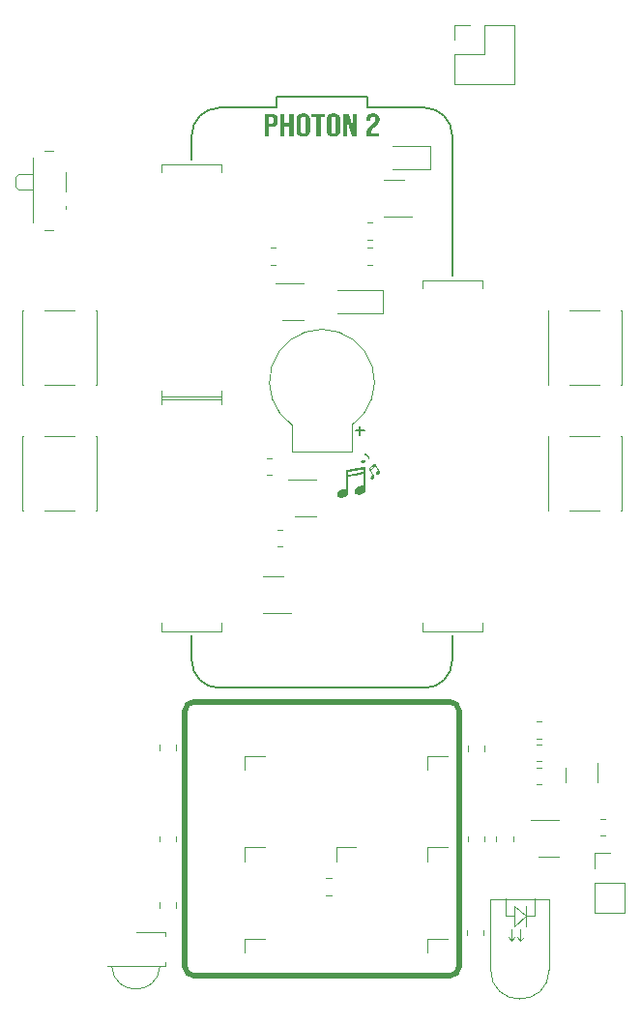
<source format=gto>
G04 #@! TF.GenerationSoftware,KiCad,Pcbnew,7.0.7*
G04 #@! TF.CreationDate,2023-09-21T00:46:47-05:00*
G04 #@! TF.ProjectId,particle-bamf23-badge,70617274-6963-46c6-952d-62616d663233,v1.0*
G04 #@! TF.SameCoordinates,Original*
G04 #@! TF.FileFunction,Legend,Top*
G04 #@! TF.FilePolarity,Positive*
%FSLAX46Y46*%
G04 Gerber Fmt 4.6, Leading zero omitted, Abs format (unit mm)*
G04 Created by KiCad (PCBNEW 7.0.7) date 2023-09-21 00:46:47*
%MOMM*%
%LPD*%
G01*
G04 APERTURE LIST*
%ADD10C,0.150000*%
%ADD11C,0.500000*%
%ADD12C,0.120000*%
G04 APERTURE END LIST*
D10*
X115600000Y-106400000D02*
G75*
G03*
X118000000Y-108800000I2400000J0D01*
G01*
X123000000Y-57000000D02*
X131000000Y-57000000D01*
X136000000Y-108800000D02*
G75*
G03*
X138400000Y-106400000I0J2400000D01*
G01*
X115600000Y-60400000D02*
X115600000Y-62500000D01*
X118000000Y-58000000D02*
X123000000Y-58000000D01*
D11*
X138200000Y-134000000D02*
X115800000Y-134000000D01*
X115000000Y-133200000D02*
G75*
G03*
X115800000Y-134000000I800000J0D01*
G01*
D10*
X131000000Y-57000000D02*
X131000000Y-58000000D01*
X138400000Y-60400000D02*
X138400000Y-72700000D01*
X131000000Y-58000000D02*
X136000000Y-58000000D01*
X118000000Y-108800000D02*
X136000000Y-108800000D01*
X118000000Y-58000000D02*
G75*
G03*
X115600000Y-60400000I0J-2400000D01*
G01*
D11*
X139000000Y-110800000D02*
X139000000Y-133200000D01*
X139000000Y-110800000D02*
G75*
G03*
X138200000Y-110000000I-800000J0D01*
G01*
D10*
X138400000Y-60400000D02*
G75*
G03*
X136000000Y-58000000I-2400000J0D01*
G01*
X123000000Y-58000000D02*
X123000000Y-57000000D01*
X138400000Y-106400000D02*
X138400000Y-104200000D01*
D11*
X115800000Y-110000000D02*
G75*
G03*
X115000000Y-110800000I0J-800000D01*
G01*
X115000000Y-133200000D02*
X115000000Y-110800000D01*
X115800000Y-110000000D02*
X138200000Y-110000000D01*
D10*
X115600000Y-104200000D02*
X115600000Y-106400000D01*
D11*
X138200000Y-134000000D02*
G75*
G03*
X139000000Y-133200000I0J800000D01*
G01*
D10*
G36*
X122589336Y-58530904D02*
G01*
X122623742Y-58532341D01*
X122657018Y-58534736D01*
X122689163Y-58538088D01*
X122720178Y-58542399D01*
X122750062Y-58547667D01*
X122778815Y-58553893D01*
X122806438Y-58561078D01*
X122832930Y-58569220D01*
X122858292Y-58578320D01*
X122882523Y-58588378D01*
X122905623Y-58599393D01*
X122927593Y-58611367D01*
X122948433Y-58624298D01*
X122968141Y-58638188D01*
X122986720Y-58653035D01*
X123004170Y-58668808D01*
X123020494Y-58685474D01*
X123035692Y-58703032D01*
X123049765Y-58721484D01*
X123062712Y-58740829D01*
X123074533Y-58761067D01*
X123085228Y-58782198D01*
X123094797Y-58804221D01*
X123103241Y-58827138D01*
X123110558Y-58850948D01*
X123116750Y-58875651D01*
X123121816Y-58901247D01*
X123125757Y-58927736D01*
X123128571Y-58955118D01*
X123130260Y-58983393D01*
X123130823Y-59012561D01*
X123130823Y-59205024D01*
X123130260Y-59234192D01*
X123128571Y-59262467D01*
X123125757Y-59289849D01*
X123121816Y-59316338D01*
X123116750Y-59341933D01*
X123110558Y-59366636D01*
X123103241Y-59390446D01*
X123094797Y-59413363D01*
X123085228Y-59435387D01*
X123074533Y-59456518D01*
X123062712Y-59476756D01*
X123049765Y-59496100D01*
X123035692Y-59514552D01*
X123020494Y-59532111D01*
X123004170Y-59548777D01*
X122986720Y-59564549D01*
X122968141Y-59579397D01*
X122948433Y-59593286D01*
X122927593Y-59606218D01*
X122905623Y-59618191D01*
X122882523Y-59629207D01*
X122858292Y-59639265D01*
X122832930Y-59648365D01*
X122806438Y-59656507D01*
X122778815Y-59663691D01*
X122750062Y-59669917D01*
X122720178Y-59675186D01*
X122689163Y-59679496D01*
X122657018Y-59682849D01*
X122623742Y-59685244D01*
X122589336Y-59686680D01*
X122553799Y-59687159D01*
X122371228Y-59687159D01*
X122371228Y-60500000D01*
X121984103Y-60500000D01*
X121984103Y-58811793D01*
X122371228Y-58811793D01*
X122371228Y-59405792D01*
X122553799Y-59405792D01*
X122582389Y-59404778D01*
X122608623Y-59401737D01*
X122632501Y-59396668D01*
X122658047Y-59387910D01*
X122680200Y-59376232D01*
X122696071Y-59364270D01*
X122712257Y-59346673D01*
X122723187Y-59328913D01*
X122731791Y-59308339D01*
X122738070Y-59284950D01*
X122741419Y-59264212D01*
X122743279Y-59241673D01*
X122743698Y-59223586D01*
X122743698Y-58993998D01*
X122742954Y-58970108D01*
X122740721Y-58948019D01*
X122737000Y-58927732D01*
X122730256Y-58904906D01*
X122721187Y-58884894D01*
X122707233Y-58864595D01*
X122696071Y-58853314D01*
X122676744Y-58839203D01*
X122654025Y-58828012D01*
X122627914Y-58819740D01*
X122603564Y-58815077D01*
X122576859Y-58812442D01*
X122553799Y-58811793D01*
X122371228Y-58811793D01*
X121984103Y-58811793D01*
X121984103Y-58530425D01*
X122553799Y-58530425D01*
X122589336Y-58530904D01*
G37*
G36*
X123334766Y-58530425D02*
G01*
X123721891Y-58530425D01*
X123721891Y-59343265D01*
X124136493Y-59343265D01*
X124136493Y-58530425D01*
X124523618Y-58530425D01*
X124523618Y-60500000D01*
X124136493Y-60500000D01*
X124136493Y-59624633D01*
X123721891Y-59624633D01*
X123721891Y-60500000D01*
X123334766Y-60500000D01*
X123334766Y-58530425D01*
G37*
G36*
X125397101Y-58499670D02*
G01*
X125431171Y-58501192D01*
X125464191Y-58503730D01*
X125496162Y-58507283D01*
X125527084Y-58511851D01*
X125556956Y-58517435D01*
X125585778Y-58524033D01*
X125613551Y-58531646D01*
X125640275Y-58540275D01*
X125665949Y-58549919D01*
X125690574Y-58560578D01*
X125714149Y-58572252D01*
X125736675Y-58584941D01*
X125758151Y-58598645D01*
X125778578Y-58613365D01*
X125797955Y-58629099D01*
X125816292Y-58645759D01*
X125833446Y-58663255D01*
X125849418Y-58681587D01*
X125864206Y-58700754D01*
X125877811Y-58720757D01*
X125890233Y-58741596D01*
X125901472Y-58763271D01*
X125911528Y-58785781D01*
X125920401Y-58809127D01*
X125928090Y-58833309D01*
X125934597Y-58858327D01*
X125939921Y-58884180D01*
X125944062Y-58910870D01*
X125947019Y-58938395D01*
X125948794Y-58966755D01*
X125949385Y-58995952D01*
X125949385Y-60034473D01*
X125948794Y-60063669D01*
X125947019Y-60092030D01*
X125944062Y-60119555D01*
X125939921Y-60146244D01*
X125934597Y-60172098D01*
X125928090Y-60197115D01*
X125920401Y-60221297D01*
X125911528Y-60244644D01*
X125901472Y-60267154D01*
X125890233Y-60288829D01*
X125877811Y-60309668D01*
X125864206Y-60329671D01*
X125849418Y-60348838D01*
X125833446Y-60367170D01*
X125816292Y-60384665D01*
X125797955Y-60401325D01*
X125778578Y-60417060D01*
X125758151Y-60431779D01*
X125736675Y-60445484D01*
X125714149Y-60458173D01*
X125690574Y-60469847D01*
X125665949Y-60480506D01*
X125640275Y-60490150D01*
X125613551Y-60498778D01*
X125585778Y-60506392D01*
X125556956Y-60512990D01*
X125527084Y-60518573D01*
X125496162Y-60523142D01*
X125464191Y-60526694D01*
X125431171Y-60529232D01*
X125397101Y-60530755D01*
X125361981Y-60531263D01*
X125326860Y-60530755D01*
X125292782Y-60529232D01*
X125259750Y-60526694D01*
X125227762Y-60523142D01*
X125196819Y-60518573D01*
X125166921Y-60512990D01*
X125138067Y-60506392D01*
X125110259Y-60498778D01*
X125083494Y-60490150D01*
X125057775Y-60480506D01*
X125033100Y-60469847D01*
X125009470Y-60458173D01*
X124986885Y-60445484D01*
X124965344Y-60431779D01*
X124944848Y-60417060D01*
X124925397Y-60401325D01*
X124907134Y-60384665D01*
X124890049Y-60367170D01*
X124874142Y-60348838D01*
X124859414Y-60329671D01*
X124845863Y-60309668D01*
X124833491Y-60288829D01*
X124822298Y-60267154D01*
X124812282Y-60244644D01*
X124803445Y-60221297D01*
X124795786Y-60197115D01*
X124789306Y-60172098D01*
X124784004Y-60146244D01*
X124779880Y-60119555D01*
X124776934Y-60092030D01*
X124775166Y-60063669D01*
X124774991Y-60054989D01*
X125161702Y-60054989D01*
X125162485Y-60078591D01*
X125164832Y-60100670D01*
X125168743Y-60121227D01*
X125177545Y-60149206D01*
X125189866Y-60173760D01*
X125205709Y-60194887D01*
X125225072Y-60212589D01*
X125247955Y-60226864D01*
X125274359Y-60237713D01*
X125304284Y-60245136D01*
X125337729Y-60249133D01*
X125361981Y-60249895D01*
X125397773Y-60248182D01*
X125430045Y-60243043D01*
X125458796Y-60234477D01*
X125484026Y-60222486D01*
X125505736Y-60207069D01*
X125523926Y-60188225D01*
X125538595Y-60165956D01*
X125549743Y-60140260D01*
X125557371Y-60111139D01*
X125560500Y-60089821D01*
X125562065Y-60066980D01*
X125562260Y-60054989D01*
X125562260Y-58975436D01*
X125561478Y-58951834D01*
X125559131Y-58929755D01*
X125555219Y-58909198D01*
X125546418Y-58881218D01*
X125534096Y-58856665D01*
X125518254Y-58835537D01*
X125498891Y-58817836D01*
X125476007Y-58803561D01*
X125449603Y-58792711D01*
X125419679Y-58785288D01*
X125386234Y-58781291D01*
X125361981Y-58780530D01*
X125326189Y-58782243D01*
X125293918Y-58787382D01*
X125265167Y-58795947D01*
X125239936Y-58807938D01*
X125218226Y-58823356D01*
X125200037Y-58842199D01*
X125185368Y-58864469D01*
X125174220Y-58890164D01*
X125166592Y-58919286D01*
X125163462Y-58940604D01*
X125161898Y-58963444D01*
X125161702Y-58975436D01*
X125161702Y-60054989D01*
X124774991Y-60054989D01*
X124774577Y-60034473D01*
X124774577Y-58995952D01*
X124775166Y-58966755D01*
X124776934Y-58938395D01*
X124779880Y-58910870D01*
X124784004Y-58884180D01*
X124789306Y-58858327D01*
X124795786Y-58833309D01*
X124803445Y-58809127D01*
X124812282Y-58785781D01*
X124822298Y-58763271D01*
X124833491Y-58741596D01*
X124845863Y-58720757D01*
X124859414Y-58700754D01*
X124874142Y-58681587D01*
X124890049Y-58663255D01*
X124907134Y-58645759D01*
X124925397Y-58629099D01*
X124944848Y-58613365D01*
X124965344Y-58598645D01*
X124986885Y-58584941D01*
X125009470Y-58572252D01*
X125033100Y-58560578D01*
X125057775Y-58549919D01*
X125083494Y-58540275D01*
X125110259Y-58531646D01*
X125138067Y-58524033D01*
X125166921Y-58517435D01*
X125196819Y-58511851D01*
X125227762Y-58507283D01*
X125259750Y-58503730D01*
X125292782Y-58501192D01*
X125326860Y-58499670D01*
X125361981Y-58499162D01*
X125397101Y-58499670D01*
G37*
G36*
X126490383Y-58811793D02*
G01*
X126085551Y-58811793D01*
X126085551Y-58530425D01*
X127281730Y-58530425D01*
X127281730Y-58811793D01*
X126876898Y-58811793D01*
X126876898Y-60500000D01*
X126490383Y-60500000D01*
X126490383Y-58811793D01*
G37*
G36*
X128039808Y-58499670D02*
G01*
X128073878Y-58501192D01*
X128106899Y-58503730D01*
X128138870Y-58507283D01*
X128169791Y-58511851D01*
X128199663Y-58517435D01*
X128228486Y-58524033D01*
X128256259Y-58531646D01*
X128282983Y-58540275D01*
X128308657Y-58549919D01*
X128333281Y-58560578D01*
X128356857Y-58572252D01*
X128379382Y-58584941D01*
X128400858Y-58598645D01*
X128421285Y-58613365D01*
X128440662Y-58629099D01*
X128459000Y-58645759D01*
X128476154Y-58663255D01*
X128492125Y-58681587D01*
X128506913Y-58700754D01*
X128520518Y-58720757D01*
X128532940Y-58741596D01*
X128544179Y-58763271D01*
X128554235Y-58785781D01*
X128563108Y-58809127D01*
X128570798Y-58833309D01*
X128577305Y-58858327D01*
X128582629Y-58884180D01*
X128586769Y-58910870D01*
X128589727Y-58938395D01*
X128591501Y-58966755D01*
X128592093Y-58995952D01*
X128592093Y-60034473D01*
X128591501Y-60063669D01*
X128589727Y-60092030D01*
X128586769Y-60119555D01*
X128582629Y-60146244D01*
X128577305Y-60172098D01*
X128570798Y-60197115D01*
X128563108Y-60221297D01*
X128554235Y-60244644D01*
X128544179Y-60267154D01*
X128532940Y-60288829D01*
X128520518Y-60309668D01*
X128506913Y-60329671D01*
X128492125Y-60348838D01*
X128476154Y-60367170D01*
X128459000Y-60384665D01*
X128440662Y-60401325D01*
X128421285Y-60417060D01*
X128400858Y-60431779D01*
X128379382Y-60445484D01*
X128356857Y-60458173D01*
X128333281Y-60469847D01*
X128308657Y-60480506D01*
X128282983Y-60490150D01*
X128256259Y-60498778D01*
X128228486Y-60506392D01*
X128199663Y-60512990D01*
X128169791Y-60518573D01*
X128138870Y-60523142D01*
X128106899Y-60526694D01*
X128073878Y-60529232D01*
X128039808Y-60530755D01*
X128004689Y-60531263D01*
X127969567Y-60530755D01*
X127935490Y-60529232D01*
X127902458Y-60526694D01*
X127870470Y-60523142D01*
X127839527Y-60518573D01*
X127809629Y-60512990D01*
X127780775Y-60506392D01*
X127752966Y-60498778D01*
X127726202Y-60490150D01*
X127700483Y-60480506D01*
X127675808Y-60469847D01*
X127652178Y-60458173D01*
X127629593Y-60445484D01*
X127608052Y-60431779D01*
X127587556Y-60417060D01*
X127568105Y-60401325D01*
X127549842Y-60384665D01*
X127532756Y-60367170D01*
X127516850Y-60348838D01*
X127502121Y-60329671D01*
X127488571Y-60309668D01*
X127476199Y-60288829D01*
X127465005Y-60267154D01*
X127454990Y-60244644D01*
X127446153Y-60221297D01*
X127438494Y-60197115D01*
X127432013Y-60172098D01*
X127426711Y-60146244D01*
X127422587Y-60119555D01*
X127419641Y-60092030D01*
X127417874Y-60063669D01*
X127417699Y-60054989D01*
X127804410Y-60054989D01*
X127805192Y-60078591D01*
X127807539Y-60100670D01*
X127811451Y-60121227D01*
X127820252Y-60149206D01*
X127832574Y-60173760D01*
X127848416Y-60194887D01*
X127867779Y-60212589D01*
X127890663Y-60226864D01*
X127917067Y-60237713D01*
X127946991Y-60245136D01*
X127980436Y-60249133D01*
X128004689Y-60249895D01*
X128040481Y-60248182D01*
X128072753Y-60243043D01*
X128101504Y-60234477D01*
X128126734Y-60222486D01*
X128148444Y-60207069D01*
X128166633Y-60188225D01*
X128181302Y-60165956D01*
X128192451Y-60140260D01*
X128200078Y-60111139D01*
X128203208Y-60089821D01*
X128204773Y-60066980D01*
X128204968Y-60054989D01*
X128204968Y-58975436D01*
X128204186Y-58951834D01*
X128201839Y-58929755D01*
X128197927Y-58909198D01*
X128189126Y-58881218D01*
X128176804Y-58856665D01*
X128160961Y-58835537D01*
X128141599Y-58817836D01*
X128118715Y-58803561D01*
X128092311Y-58792711D01*
X128062387Y-58785288D01*
X128028942Y-58781291D01*
X128004689Y-58780530D01*
X127968897Y-58782243D01*
X127936625Y-58787382D01*
X127907874Y-58795947D01*
X127882644Y-58807938D01*
X127860934Y-58823356D01*
X127842745Y-58842199D01*
X127828076Y-58864469D01*
X127816927Y-58890164D01*
X127809299Y-58919286D01*
X127806170Y-58940604D01*
X127804605Y-58963444D01*
X127804410Y-58975436D01*
X127804410Y-60054989D01*
X127417699Y-60054989D01*
X127417285Y-60034473D01*
X127417285Y-58995952D01*
X127417874Y-58966755D01*
X127419641Y-58938395D01*
X127422587Y-58910870D01*
X127426711Y-58884180D01*
X127432013Y-58858327D01*
X127438494Y-58833309D01*
X127446153Y-58809127D01*
X127454990Y-58785781D01*
X127465005Y-58763271D01*
X127476199Y-58741596D01*
X127488571Y-58720757D01*
X127502121Y-58700754D01*
X127516850Y-58681587D01*
X127532756Y-58663255D01*
X127549842Y-58645759D01*
X127568105Y-58629099D01*
X127587556Y-58613365D01*
X127608052Y-58598645D01*
X127629593Y-58584941D01*
X127652178Y-58572252D01*
X127675808Y-58560578D01*
X127700483Y-58549919D01*
X127726202Y-58540275D01*
X127752966Y-58531646D01*
X127780775Y-58524033D01*
X127809629Y-58517435D01*
X127839527Y-58511851D01*
X127870470Y-58507283D01*
X127902458Y-58503730D01*
X127935490Y-58501192D01*
X127969567Y-58499670D01*
X128004689Y-58499162D01*
X128039808Y-58499670D01*
G37*
G36*
X128844884Y-58530425D02*
G01*
X129330317Y-58530425D01*
X129706451Y-59720376D01*
X129713778Y-59720376D01*
X129713778Y-58530425D01*
X130058161Y-58530425D01*
X130058161Y-60500000D01*
X129660655Y-60500000D01*
X129196594Y-59082414D01*
X129189877Y-59082414D01*
X129189877Y-60500000D01*
X128844884Y-60500000D01*
X128844884Y-58530425D01*
G37*
G36*
X130892250Y-60285554D02*
G01*
X130892579Y-60259411D01*
X130893567Y-60233737D01*
X130895212Y-60208532D01*
X130897517Y-60183797D01*
X130900479Y-60159531D01*
X130904100Y-60135734D01*
X130908379Y-60112407D01*
X130913316Y-60089549D01*
X130918912Y-60067161D01*
X130925166Y-60045242D01*
X130932078Y-60023793D01*
X130939648Y-60002813D01*
X130947877Y-59982302D01*
X130956764Y-59962261D01*
X130966310Y-59942689D01*
X130976514Y-59923586D01*
X130987569Y-59904593D01*
X130999669Y-59885347D01*
X131012814Y-59865850D01*
X131027003Y-59846100D01*
X131042238Y-59826099D01*
X131058516Y-59805846D01*
X131075840Y-59785341D01*
X131094208Y-59764584D01*
X131113621Y-59743576D01*
X131134079Y-59722315D01*
X131155581Y-59700803D01*
X131178129Y-59679038D01*
X131201720Y-59657022D01*
X131226357Y-59634754D01*
X131252038Y-59612234D01*
X131278764Y-59589462D01*
X131305113Y-59566774D01*
X131330427Y-59544506D01*
X131354706Y-59522658D01*
X131377950Y-59501229D01*
X131400158Y-59480221D01*
X131421332Y-59459632D01*
X131441470Y-59439463D01*
X131460573Y-59419713D01*
X131478640Y-59400384D01*
X131495673Y-59381474D01*
X131511670Y-59362984D01*
X131526633Y-59344914D01*
X131540560Y-59327264D01*
X131553452Y-59310033D01*
X131570849Y-59284974D01*
X131576130Y-59276831D01*
X131590861Y-59252374D01*
X131604144Y-59227727D01*
X131615977Y-59202892D01*
X131626362Y-59177867D01*
X131635297Y-59152654D01*
X131642784Y-59127252D01*
X131648821Y-59101661D01*
X131653410Y-59075881D01*
X131656549Y-59049912D01*
X131658240Y-59023754D01*
X131658562Y-59006210D01*
X131658111Y-58983079D01*
X131656759Y-58961313D01*
X131654505Y-58940913D01*
X131650097Y-58915836D01*
X131644086Y-58893186D01*
X131636473Y-58872964D01*
X131624702Y-58851099D01*
X131610427Y-58833026D01*
X131607271Y-58829867D01*
X131590271Y-58815654D01*
X131566800Y-58801778D01*
X131544684Y-58792864D01*
X131520242Y-58786360D01*
X131493474Y-58782264D01*
X131464381Y-58780578D01*
X131458283Y-58780530D01*
X131422491Y-58782243D01*
X131390219Y-58787382D01*
X131361468Y-58795947D01*
X131336238Y-58807938D01*
X131314528Y-58823356D01*
X131296338Y-58842199D01*
X131281669Y-58864469D01*
X131270521Y-58890164D01*
X131262893Y-58919286D01*
X131259764Y-58940604D01*
X131258199Y-58963444D01*
X131258004Y-58975436D01*
X131258004Y-59186950D01*
X130892250Y-59186950D01*
X130892250Y-58995464D01*
X130892825Y-58965920D01*
X130894549Y-58937250D01*
X130897423Y-58909454D01*
X130901447Y-58882532D01*
X130906621Y-58856484D01*
X130912944Y-58831309D01*
X130920417Y-58807009D01*
X130929039Y-58783583D01*
X130938811Y-58761030D01*
X130949733Y-58739352D01*
X130961804Y-58718548D01*
X130975025Y-58698617D01*
X130989396Y-58679560D01*
X131004917Y-58661378D01*
X131021587Y-58644069D01*
X131039406Y-58627634D01*
X131058400Y-58612077D01*
X131078437Y-58597523D01*
X131099520Y-58583974D01*
X131121647Y-58571427D01*
X131144820Y-58559885D01*
X131169036Y-58549346D01*
X131194298Y-58539811D01*
X131220604Y-58531280D01*
X131247955Y-58523752D01*
X131276351Y-58517228D01*
X131305791Y-58511708D01*
X131336276Y-58507192D01*
X131367806Y-58503679D01*
X131400380Y-58501169D01*
X131433999Y-58499664D01*
X131468663Y-58499162D01*
X131503327Y-58499664D01*
X131536946Y-58501169D01*
X131569521Y-58503679D01*
X131601050Y-58507192D01*
X131631535Y-58511708D01*
X131660976Y-58517228D01*
X131689371Y-58523752D01*
X131716722Y-58531280D01*
X131743028Y-58539811D01*
X131768290Y-58549346D01*
X131792507Y-58559885D01*
X131815679Y-58571427D01*
X131837806Y-58583974D01*
X131858889Y-58597523D01*
X131878927Y-58612077D01*
X131897920Y-58627634D01*
X131915814Y-58644069D01*
X131932553Y-58661378D01*
X131948138Y-58679560D01*
X131962568Y-58698617D01*
X131975844Y-58718548D01*
X131987965Y-58739352D01*
X131998932Y-58761030D01*
X132008745Y-58783583D01*
X132017403Y-58807009D01*
X132024907Y-58831309D01*
X132031257Y-58856484D01*
X132036451Y-58882532D01*
X132040492Y-58909454D01*
X132043378Y-58937250D01*
X132045110Y-58965920D01*
X132045687Y-58995464D01*
X132045267Y-59017963D01*
X132044008Y-59040397D01*
X132041909Y-59062766D01*
X132038970Y-59085070D01*
X132035192Y-59107310D01*
X132030574Y-59129484D01*
X132025117Y-59151594D01*
X132018820Y-59173639D01*
X132011684Y-59195619D01*
X132003708Y-59217534D01*
X131994892Y-59239384D01*
X131985237Y-59261169D01*
X131974742Y-59282890D01*
X131963408Y-59304545D01*
X131951234Y-59326136D01*
X131938220Y-59347662D01*
X131924250Y-59369354D01*
X131909054Y-59391442D01*
X131892632Y-59413928D01*
X131874984Y-59436810D01*
X131856110Y-59460090D01*
X131836010Y-59483766D01*
X131814684Y-59507839D01*
X131792132Y-59532309D01*
X131768354Y-59557176D01*
X131743350Y-59582440D01*
X131717121Y-59608101D01*
X131689665Y-59634159D01*
X131660983Y-59660613D01*
X131631075Y-59687465D01*
X131599941Y-59714713D01*
X131567581Y-59742358D01*
X131546423Y-59760463D01*
X131526146Y-59778140D01*
X131506752Y-59795389D01*
X131488241Y-59812212D01*
X131470612Y-59828606D01*
X131453865Y-59844574D01*
X131438002Y-59860114D01*
X131415861Y-59882622D01*
X131395705Y-59904169D01*
X131377535Y-59924754D01*
X131361351Y-59944378D01*
X131347153Y-59963039D01*
X131334940Y-59980739D01*
X131320915Y-60003774D01*
X131308760Y-60027206D01*
X131298475Y-60051035D01*
X131290061Y-60075261D01*
X131283516Y-60099884D01*
X131278841Y-60124904D01*
X131276036Y-60150320D01*
X131275101Y-60176133D01*
X131275101Y-60218632D01*
X132010272Y-60218632D01*
X132010272Y-60500000D01*
X130892250Y-60500000D01*
X130892250Y-60285554D01*
G37*
X129919048Y-86253866D02*
X130680953Y-86253866D01*
X130300000Y-86634819D02*
X130300000Y-85872914D01*
D12*
X141770000Y-127310000D02*
X141770000Y-133470000D01*
X141770000Y-127310000D02*
X146890000Y-127310000D01*
X143060000Y-127180000D02*
X143060000Y-127180000D01*
X143060000Y-127180000D02*
X143060000Y-127310000D01*
X143060000Y-127310000D02*
X143060000Y-127180000D01*
X143060000Y-127310000D02*
X143060000Y-127310000D01*
X143060000Y-127310000D02*
X143060000Y-128750000D01*
X143060000Y-128750000D02*
X143847500Y-128750000D01*
X143610000Y-129940000D02*
X143610000Y-130930000D01*
X143610000Y-130930000D02*
X143300000Y-130610000D01*
X143610000Y-130930000D02*
X143870000Y-130620000D01*
X143847500Y-127875000D02*
X144872500Y-128750000D01*
X143847500Y-128750000D02*
X143847500Y-127875000D01*
X143847500Y-129675000D02*
X143847500Y-128750000D01*
X144390000Y-129970000D02*
X144390000Y-130910000D01*
X144390000Y-130910000D02*
X144080000Y-130630000D01*
X144690000Y-130630000D02*
X144390000Y-130910000D01*
X144872500Y-127875000D02*
X144872500Y-128750000D01*
X144872500Y-128750000D02*
X143847500Y-129675000D01*
X144872500Y-129700000D02*
X144872500Y-128750000D01*
X145600000Y-127180000D02*
X145600000Y-127180000D01*
X145600000Y-127180000D02*
X145600000Y-127310000D01*
X145600000Y-127310000D02*
X145600000Y-127180000D01*
X145600000Y-127310000D02*
X145600000Y-127310000D01*
X145600000Y-127310000D02*
X145600000Y-128750000D01*
X145600000Y-128750000D02*
X144872500Y-128750000D01*
X146890000Y-127310000D02*
X146890000Y-133470000D01*
X146890000Y-128430000D02*
X146890000Y-127310000D01*
X141770000Y-133470000D02*
G75*
G03*
X146890000Y-133470000I2560000J0D01*
G01*
X113300000Y-130165000D02*
X110700000Y-130165000D01*
X113300000Y-130515000D02*
X113300000Y-130165000D01*
X113300000Y-132835000D02*
X113300000Y-133175000D01*
X113300000Y-133175000D02*
X108210000Y-133175000D01*
X108600084Y-133176736D02*
G75*
G03*
X112799999Y-133175000I2099916J101736D01*
G01*
X134200000Y-64290000D02*
X132400000Y-64290000D01*
X132400000Y-67510000D02*
X134850000Y-67510000D01*
X141235000Y-113872936D02*
X141235000Y-114327064D01*
X139765000Y-113872936D02*
X139765000Y-114327064D01*
X114235000Y-121772936D02*
X114235000Y-122227064D01*
X112765000Y-121772936D02*
X112765000Y-122227064D01*
X107230000Y-86770000D02*
X107230000Y-93230000D01*
X107200000Y-86770000D02*
X107230000Y-86770000D01*
X105300000Y-86770000D02*
X102700000Y-86770000D01*
X100770000Y-86770000D02*
X100800000Y-86770000D01*
X100770000Y-86770000D02*
X100770000Y-93230000D01*
X107230000Y-93230000D02*
X107200000Y-93230000D01*
X105300000Y-93230000D02*
X102700000Y-93230000D01*
X100770000Y-93230000D02*
X100800000Y-93230000D01*
X136250000Y-114750000D02*
X138000000Y-114750000D01*
X136250000Y-116000000D02*
X136250000Y-114750000D01*
X146227064Y-117235000D02*
X145772936Y-117235000D01*
X146227064Y-115765000D02*
X145772936Y-115765000D01*
X122927064Y-71735000D02*
X122472936Y-71735000D01*
X122927064Y-70265000D02*
X122472936Y-70265000D01*
X151160000Y-115360000D02*
X151160000Y-117100000D01*
X148340000Y-115800000D02*
X148340000Y-117100000D01*
X123550000Y-76610000D02*
X125350000Y-76610000D01*
X125350000Y-73390000D02*
X122900000Y-73390000D01*
X145950000Y-123610000D02*
X147750000Y-123610000D01*
X147750000Y-120390000D02*
X145300000Y-120390000D01*
X103500000Y-61778885D02*
X102710000Y-61778885D01*
X101700000Y-62378885D02*
X101700000Y-68078885D01*
X104550000Y-63628885D02*
X104550000Y-65328885D01*
X101700000Y-63828885D02*
X100410000Y-63828885D01*
X100410000Y-63828885D02*
X100200000Y-64028885D01*
X100200000Y-64028885D02*
X100200000Y-64928885D01*
X100410000Y-65128885D02*
X100200000Y-64928885D01*
X100410000Y-65128885D02*
X101700000Y-65128885D01*
X104550000Y-66628885D02*
X104550000Y-66828885D01*
X102710000Y-68678885D02*
X103500000Y-68678885D01*
X112920000Y-62960000D02*
X118220000Y-62960000D01*
X112920000Y-63660000D02*
X112920000Y-62960000D01*
X112920000Y-82800000D02*
X112920000Y-83500000D01*
X112920000Y-83500000D02*
X118220000Y-83500000D01*
X118220000Y-62960000D02*
X118220000Y-63660000D01*
X118220000Y-83500000D02*
X118220000Y-82800000D01*
X129608494Y-85794173D02*
X129600000Y-88100000D01*
X129600000Y-88100000D02*
X124400000Y-88100000D01*
X124400000Y-88100000D02*
X124400000Y-85799999D01*
X129608494Y-85794172D02*
G75*
G03*
X124400001Y-85799998I-2608494J3794172D01*
G01*
X151372936Y-120265000D02*
X151827064Y-120265000D01*
X151372936Y-121735000D02*
X151827064Y-121735000D01*
X130972936Y-70265000D02*
X131427064Y-70265000D01*
X130972936Y-71735000D02*
X131427064Y-71735000D01*
G36*
X130764477Y-88244933D02*
G01*
X130805052Y-88257445D01*
X130851656Y-88276575D01*
X130893430Y-88297075D01*
X130970621Y-88345978D01*
X131036310Y-88405340D01*
X131090269Y-88474799D01*
X131132271Y-88553995D01*
X131162087Y-88642567D01*
X131179492Y-88740155D01*
X131180753Y-88752645D01*
X131182872Y-88780067D01*
X131183604Y-88800184D01*
X131182825Y-88809144D01*
X131182592Y-88809289D01*
X131177723Y-88802841D01*
X131167687Y-88785638D01*
X131154325Y-88760894D01*
X131148743Y-88750154D01*
X131100899Y-88669984D01*
X131046176Y-88601354D01*
X130985586Y-88545100D01*
X130920139Y-88502056D01*
X130850846Y-88473059D01*
X130799095Y-88461340D01*
X130761432Y-88455765D01*
X130763262Y-88718107D01*
X130765091Y-88980448D01*
X130743893Y-89012481D01*
X130717399Y-89042560D01*
X130681408Y-89070303D01*
X130641931Y-89091468D01*
X130622170Y-89098423D01*
X130578032Y-89105305D01*
X130531722Y-89103619D01*
X130490407Y-89093755D01*
X130483381Y-89090839D01*
X130449153Y-89067951D01*
X130427561Y-89037440D01*
X130419128Y-89001554D01*
X130424376Y-88962540D01*
X130443828Y-88922647D01*
X130444155Y-88922164D01*
X130476279Y-88886960D01*
X130518127Y-88858562D01*
X130565494Y-88838715D01*
X130614178Y-88829162D01*
X130659976Y-88831646D01*
X130661548Y-88831989D01*
X130692217Y-88838880D01*
X130692217Y-88551269D01*
X130692343Y-88485346D01*
X130692699Y-88424075D01*
X130693258Y-88369281D01*
X130693991Y-88322787D01*
X130694868Y-88286417D01*
X130695862Y-88261996D01*
X130696942Y-88251348D01*
X130696960Y-88251300D01*
X130708628Y-88241440D01*
X130731735Y-88239458D01*
X130764477Y-88244933D01*
G37*
G36*
X131656056Y-89151154D02*
G01*
X131664085Y-89159824D01*
X131679411Y-89181583D01*
X131701695Y-89215884D01*
X131730598Y-89262181D01*
X131765783Y-89319931D01*
X131806910Y-89388586D01*
X131853642Y-89467601D01*
X131875920Y-89505557D01*
X132079021Y-89852322D01*
X132078475Y-89899372D01*
X132070381Y-89952034D01*
X132048566Y-90003041D01*
X132014899Y-90049700D01*
X131971252Y-90089317D01*
X131928777Y-90114927D01*
X131901714Y-90125318D01*
X131873781Y-90128968D01*
X131848016Y-90128132D01*
X131819166Y-90124773D01*
X131799245Y-90118034D01*
X131781572Y-90105210D01*
X131774077Y-90098200D01*
X131747175Y-90062077D01*
X131734565Y-90019935D01*
X131736278Y-89972146D01*
X131752347Y-89919079D01*
X131757706Y-89906959D01*
X131777391Y-89873915D01*
X131804210Y-89841347D01*
X131835012Y-89811999D01*
X131866649Y-89788613D01*
X131895970Y-89773933D01*
X131914638Y-89770286D01*
X131925240Y-89766619D01*
X131926668Y-89763352D01*
X131922914Y-89755184D01*
X131912484Y-89735887D01*
X131896628Y-89707597D01*
X131876592Y-89672454D01*
X131853628Y-89632596D01*
X131828982Y-89590160D01*
X131803905Y-89547286D01*
X131779644Y-89506111D01*
X131757448Y-89468774D01*
X131738566Y-89437413D01*
X131724247Y-89414166D01*
X131715740Y-89401171D01*
X131713989Y-89399169D01*
X131706569Y-89404184D01*
X131689393Y-89418247D01*
X131664092Y-89439890D01*
X131632298Y-89467641D01*
X131595641Y-89500030D01*
X131555752Y-89535587D01*
X131514262Y-89572842D01*
X131472801Y-89610324D01*
X131433002Y-89646563D01*
X131396494Y-89680089D01*
X131364909Y-89709432D01*
X131339877Y-89733120D01*
X131323030Y-89749684D01*
X131315998Y-89757654D01*
X131315898Y-89758056D01*
X131319932Y-89766508D01*
X131329775Y-89784462D01*
X131345772Y-89812509D01*
X131368268Y-89851238D01*
X131397605Y-89901241D01*
X131434130Y-89963109D01*
X131478185Y-90037430D01*
X131506678Y-90085391D01*
X131608076Y-90255957D01*
X131604978Y-90304155D01*
X131594389Y-90361383D01*
X131569879Y-90413018D01*
X131534163Y-90457257D01*
X131494094Y-90490595D01*
X131450552Y-90513875D01*
X131406348Y-90526409D01*
X131364290Y-90527505D01*
X131327187Y-90516474D01*
X131317252Y-90510566D01*
X131287392Y-90481460D01*
X131269285Y-90444528D01*
X131262780Y-90402064D01*
X131267722Y-90356361D01*
X131283960Y-90309713D01*
X131311340Y-90264414D01*
X131335533Y-90236274D01*
X131363731Y-90211081D01*
X131393575Y-90190081D01*
X131412935Y-90179996D01*
X131433969Y-90170524D01*
X131447421Y-90162785D01*
X131450047Y-90159896D01*
X131446223Y-90152303D01*
X131435296Y-90132702D01*
X131418102Y-90102543D01*
X131395478Y-90063278D01*
X131368262Y-90016356D01*
X131337290Y-89963227D01*
X131303399Y-89905343D01*
X131290008Y-89882535D01*
X131251202Y-89816004D01*
X131216618Y-89755736D01*
X131186910Y-89702919D01*
X131162726Y-89658745D01*
X131144720Y-89624401D01*
X131135547Y-89605259D01*
X131225113Y-89605259D01*
X131229957Y-89614241D01*
X131240175Y-89632434D01*
X131250711Y-89650923D01*
X131274015Y-89691595D01*
X131293682Y-89673716D01*
X131304574Y-89664010D01*
X131325517Y-89645524D01*
X131354799Y-89619762D01*
X131390707Y-89588230D01*
X131431530Y-89552431D01*
X131475553Y-89513872D01*
X131481328Y-89508817D01*
X131525333Y-89470270D01*
X131566074Y-89434520D01*
X131601901Y-89403020D01*
X131631162Y-89377224D01*
X131652204Y-89358588D01*
X131663377Y-89348566D01*
X131664090Y-89347904D01*
X131672099Y-89339288D01*
X131674003Y-89330821D01*
X131669185Y-89317964D01*
X131657087Y-89296274D01*
X131644760Y-89275111D01*
X131635891Y-89260238D01*
X131633055Y-89255797D01*
X131626686Y-89259774D01*
X131610213Y-89272629D01*
X131585286Y-89292948D01*
X131553558Y-89319314D01*
X131516681Y-89350313D01*
X131476306Y-89384529D01*
X131434086Y-89420548D01*
X131391672Y-89456955D01*
X131350716Y-89492334D01*
X131312870Y-89525270D01*
X131279787Y-89554349D01*
X131253117Y-89578155D01*
X131234512Y-89595273D01*
X131225626Y-89604288D01*
X131225113Y-89605259D01*
X131135547Y-89605259D01*
X131133543Y-89601078D01*
X131129842Y-89590134D01*
X131131507Y-89583616D01*
X131137226Y-89574563D01*
X131147999Y-89562039D01*
X131164826Y-89545113D01*
X131188708Y-89522849D01*
X131220646Y-89494315D01*
X131261640Y-89458576D01*
X131312691Y-89414700D01*
X131372676Y-89363557D01*
X131425665Y-89318575D01*
X131475243Y-89276642D01*
X131520084Y-89238867D01*
X131558860Y-89206363D01*
X131590246Y-89180240D01*
X131612915Y-89161609D01*
X131625540Y-89151579D01*
X131627451Y-89150241D01*
X131644384Y-89147885D01*
X131656056Y-89151154D01*
G37*
G36*
X130768515Y-89438576D02*
G01*
X130790651Y-89453688D01*
X130808652Y-89470887D01*
X130810596Y-89473392D01*
X130812668Y-89476791D01*
X130814530Y-89481514D01*
X130816192Y-89488376D01*
X130817668Y-89498192D01*
X130818969Y-89511776D01*
X130820106Y-89529941D01*
X130821093Y-89553503D01*
X130821941Y-89583276D01*
X130822661Y-89620074D01*
X130823267Y-89664711D01*
X130823769Y-89718002D01*
X130824180Y-89780761D01*
X130824512Y-89853802D01*
X130824777Y-89937939D01*
X130824986Y-90033988D01*
X130825152Y-90142761D01*
X130825287Y-90265074D01*
X130825402Y-90401741D01*
X130825463Y-90485201D01*
X130825586Y-90632642D01*
X130825709Y-90765297D01*
X130825794Y-90884008D01*
X130825801Y-90989615D01*
X130825693Y-91082957D01*
X130825429Y-91164877D01*
X130824972Y-91236214D01*
X130824281Y-91297808D01*
X130823319Y-91350501D01*
X130822045Y-91395132D01*
X130820422Y-91432543D01*
X130818410Y-91463574D01*
X130815970Y-91489065D01*
X130813063Y-91509858D01*
X130809651Y-91526791D01*
X130805694Y-91540707D01*
X130801153Y-91552445D01*
X130795990Y-91562847D01*
X130790165Y-91572751D01*
X130783640Y-91583000D01*
X130776375Y-91594434D01*
X130773862Y-91598523D01*
X130723573Y-91666712D01*
X130660712Y-91727651D01*
X130587096Y-91780186D01*
X130504539Y-91823165D01*
X130414857Y-91855434D01*
X130343057Y-91872086D01*
X130289551Y-91877893D01*
X130229038Y-91878403D01*
X130167615Y-91873965D01*
X130111384Y-91864929D01*
X130081633Y-91857116D01*
X130015264Y-91829055D01*
X129958714Y-91791067D01*
X129912916Y-91744685D01*
X129878805Y-91691442D01*
X129857315Y-91632872D01*
X129849379Y-91570509D01*
X129855932Y-91505885D01*
X129859276Y-91492020D01*
X129882417Y-91430505D01*
X129918123Y-91368456D01*
X129963842Y-91309281D01*
X130017020Y-91256389D01*
X130061536Y-91222027D01*
X130149146Y-91171063D01*
X130240696Y-91133968D01*
X130334636Y-91111014D01*
X130429417Y-91102475D01*
X130523488Y-91108623D01*
X130604321Y-91126361D01*
X130621900Y-91131567D01*
X130621900Y-90599373D01*
X130621850Y-90491848D01*
X130621686Y-90399000D01*
X130621392Y-90319879D01*
X130620949Y-90253537D01*
X130620339Y-90199025D01*
X130619545Y-90155393D01*
X130618548Y-90121693D01*
X130617332Y-90096976D01*
X130615877Y-90080292D01*
X130614166Y-90070692D01*
X130612182Y-90067228D01*
X130611883Y-90067179D01*
X130601879Y-90068625D01*
X130578585Y-90072708D01*
X130544043Y-90079050D01*
X130500293Y-90087268D01*
X130449378Y-90096984D01*
X130393339Y-90107816D01*
X130383353Y-90109759D01*
X130332191Y-90119727D01*
X130268156Y-90132201D01*
X130193714Y-90146699D01*
X130111330Y-90162742D01*
X130023469Y-90179851D01*
X129932597Y-90197544D01*
X129841179Y-90215342D01*
X129751680Y-90232765D01*
X129733174Y-90236367D01*
X129301507Y-90320395D01*
X129301507Y-90948792D01*
X129301590Y-91077416D01*
X129301843Y-91191000D01*
X129302276Y-91290129D01*
X129302896Y-91375390D01*
X129303710Y-91447367D01*
X129304727Y-91506646D01*
X129305955Y-91553812D01*
X129307401Y-91589451D01*
X129309074Y-91614147D01*
X129310684Y-91626998D01*
X129314724Y-91690714D01*
X129304381Y-91754985D01*
X129280787Y-91818501D01*
X129245071Y-91879949D01*
X129198366Y-91938020D01*
X129141803Y-91991401D01*
X129076513Y-92038783D01*
X129003627Y-92078853D01*
X128924276Y-92110300D01*
X128883512Y-92122130D01*
X128832189Y-92132453D01*
X128775453Y-92139229D01*
X128718821Y-92142116D01*
X128667813Y-92140769D01*
X128639336Y-92137294D01*
X128560666Y-92116777D01*
X128492909Y-92086204D01*
X128436539Y-92046832D01*
X128392032Y-91999916D01*
X128359863Y-91946712D01*
X128340506Y-91888478D01*
X128334438Y-91826468D01*
X128342132Y-91761938D01*
X128364065Y-91696146D01*
X128400711Y-91630347D01*
X128431956Y-91588990D01*
X128496217Y-91523952D01*
X128570519Y-91468882D01*
X128652581Y-91424577D01*
X128740120Y-91391838D01*
X128830854Y-91371464D01*
X128922502Y-91364255D01*
X129012781Y-91371011D01*
X129039769Y-91375989D01*
X129066810Y-91381663D01*
X129086971Y-91385793D01*
X129096243Y-91387558D01*
X129096413Y-91387573D01*
X129096682Y-91379931D01*
X129096941Y-91357693D01*
X129097187Y-91321888D01*
X129097417Y-91273545D01*
X129097629Y-91213694D01*
X129097821Y-91143364D01*
X129097990Y-91063585D01*
X129098133Y-90975385D01*
X129098248Y-90879795D01*
X129098332Y-90777844D01*
X129098383Y-90670561D01*
X129098398Y-90580882D01*
X129098410Y-90450930D01*
X129098446Y-90335688D01*
X129098523Y-90234241D01*
X129098655Y-90147100D01*
X129301121Y-90147100D01*
X129318893Y-90143086D01*
X129331604Y-90140457D01*
X129357143Y-90135366D01*
X129392994Y-90128307D01*
X129436643Y-90119774D01*
X129485574Y-90110263D01*
X129504644Y-90106569D01*
X129543639Y-90099014D01*
X129595965Y-90088858D01*
X129659618Y-90076492D01*
X129732593Y-90062306D01*
X129812884Y-90046690D01*
X129898486Y-90030035D01*
X129987395Y-90012729D01*
X130077604Y-89995163D01*
X130145309Y-89981974D01*
X130617994Y-89889882D01*
X130620151Y-89771486D01*
X130620726Y-89724098D01*
X130620372Y-89690463D01*
X130618964Y-89668731D01*
X130616381Y-89657048D01*
X130612500Y-89653565D01*
X130612338Y-89653569D01*
X130603291Y-89654975D01*
X130580004Y-89658913D01*
X130543621Y-89665181D01*
X130495288Y-89673579D01*
X130436148Y-89683907D01*
X130367348Y-89695964D01*
X130290031Y-89709549D01*
X130205342Y-89724462D01*
X130114427Y-89740503D01*
X130018430Y-89757471D01*
X129953891Y-89768895D01*
X129305413Y-89883743D01*
X129303267Y-90015421D01*
X129301121Y-90147100D01*
X129098655Y-90147100D01*
X129098657Y-90145673D01*
X129098867Y-90069069D01*
X129099168Y-90003514D01*
X129099577Y-89948092D01*
X129100111Y-89901888D01*
X129100787Y-89863985D01*
X129101621Y-89833469D01*
X129102631Y-89809425D01*
X129103833Y-89790935D01*
X129105244Y-89777086D01*
X129106881Y-89766962D01*
X129108761Y-89759647D01*
X129110899Y-89754225D01*
X129113314Y-89749781D01*
X129113651Y-89749224D01*
X129128988Y-89728913D01*
X129145674Y-89713314D01*
X129146827Y-89712532D01*
X129157292Y-89709351D01*
X129182397Y-89703680D01*
X129221382Y-89695660D01*
X129273483Y-89685434D01*
X129337941Y-89673144D01*
X129413992Y-89658931D01*
X129500875Y-89642940D01*
X129597828Y-89625311D01*
X129704090Y-89606187D01*
X129818899Y-89585710D01*
X129941493Y-89564022D01*
X129952691Y-89562049D01*
X130740603Y-89423292D01*
X130768515Y-89438576D01*
G37*
X150870000Y-123270000D02*
X152200000Y-123270000D01*
X150870000Y-124600000D02*
X150870000Y-123270000D01*
X150870000Y-125870000D02*
X150870000Y-128470000D01*
X150870000Y-125870000D02*
X153530000Y-125870000D01*
X150870000Y-128470000D02*
X153530000Y-128470000D01*
X153530000Y-125870000D02*
X153530000Y-128470000D01*
X141135000Y-129972936D02*
X141135000Y-130427064D01*
X139665000Y-129972936D02*
X139665000Y-130427064D01*
X127372936Y-125465000D02*
X127827064Y-125465000D01*
X127372936Y-126935000D02*
X127827064Y-126935000D01*
X146227064Y-113235000D02*
X145772936Y-113235000D01*
X146227064Y-111765000D02*
X145772936Y-111765000D01*
X122627064Y-90135000D02*
X122172936Y-90135000D01*
X122627064Y-88665000D02*
X122172936Y-88665000D01*
X114235000Y-113772936D02*
X114235000Y-114227064D01*
X112765000Y-113772936D02*
X112765000Y-114227064D01*
X112920000Y-83280000D02*
X118220000Y-83280000D01*
X112920000Y-83980000D02*
X112920000Y-83280000D01*
X112920000Y-103120000D02*
X112920000Y-103820000D01*
X112920000Y-103820000D02*
X118220000Y-103820000D01*
X118220000Y-83280000D02*
X118220000Y-83980000D01*
X118220000Y-103820000D02*
X118220000Y-103120000D01*
X135780000Y-73120000D02*
X141080000Y-73120000D01*
X135780000Y-73820000D02*
X135780000Y-73120000D01*
X135780000Y-103120000D02*
X135780000Y-103820000D01*
X135780000Y-103820000D02*
X141080000Y-103820000D01*
X141080000Y-73120000D02*
X141080000Y-73820000D01*
X141080000Y-103820000D02*
X141080000Y-103120000D01*
X107230000Y-75770000D02*
X107230000Y-82230000D01*
X107200000Y-75770000D02*
X107230000Y-75770000D01*
X105300000Y-75770000D02*
X102700000Y-75770000D01*
X100770000Y-75770000D02*
X100800000Y-75770000D01*
X100770000Y-75770000D02*
X100770000Y-82230000D01*
X107230000Y-82230000D02*
X107200000Y-82230000D01*
X105300000Y-82230000D02*
X102700000Y-82230000D01*
X100770000Y-82230000D02*
X100800000Y-82230000D01*
X138630000Y-50730000D02*
X139960000Y-50730000D01*
X138630000Y-52060000D02*
X138630000Y-50730000D01*
X138630000Y-53330000D02*
X138630000Y-55930000D01*
X138630000Y-53330000D02*
X141230000Y-53330000D01*
X138630000Y-55930000D02*
X143830000Y-55930000D01*
X141230000Y-50730000D02*
X143830000Y-50730000D01*
X141230000Y-53330000D02*
X141230000Y-50730000D01*
X143830000Y-50730000D02*
X143830000Y-55930000D01*
X142265000Y-122227064D02*
X142265000Y-121772936D01*
X143735000Y-122227064D02*
X143735000Y-121772936D01*
X120250000Y-130750000D02*
X122000000Y-130750000D01*
X120250000Y-132000000D02*
X120250000Y-130750000D01*
X146770000Y-82230000D02*
X146770000Y-75770000D01*
X146800000Y-82230000D02*
X146770000Y-82230000D01*
X148700000Y-82230000D02*
X151300000Y-82230000D01*
X153230000Y-82230000D02*
X153200000Y-82230000D01*
X153230000Y-82230000D02*
X153230000Y-75770000D01*
X146770000Y-75770000D02*
X146800000Y-75770000D01*
X148700000Y-75770000D02*
X151300000Y-75770000D01*
X153230000Y-75770000D02*
X153200000Y-75770000D01*
X123600000Y-99015000D02*
X121800000Y-99015000D01*
X121800000Y-102235000D02*
X124250000Y-102235000D01*
X124650000Y-93810000D02*
X126450000Y-93810000D01*
X126450000Y-90590000D02*
X124000000Y-90590000D01*
X112765000Y-128027064D02*
X112765000Y-127572936D01*
X114235000Y-128027064D02*
X114235000Y-127572936D01*
X123072936Y-94965000D02*
X123527064Y-94965000D01*
X123072936Y-96435000D02*
X123527064Y-96435000D01*
X136250000Y-130750000D02*
X138000000Y-130750000D01*
X136250000Y-132000000D02*
X136250000Y-130750000D01*
X128250000Y-122750000D02*
X130000000Y-122750000D01*
X128250000Y-124000000D02*
X128250000Y-122750000D01*
X136510000Y-61390000D02*
X136510000Y-63410000D01*
X136510000Y-61390000D02*
X133200000Y-61390000D01*
X133200000Y-63410000D02*
X136510000Y-63410000D01*
X120250000Y-114750000D02*
X122000000Y-114750000D01*
X120250000Y-116000000D02*
X120250000Y-114750000D01*
X141235000Y-121772936D02*
X141235000Y-122227064D01*
X139765000Y-121772936D02*
X139765000Y-122227064D01*
X146770000Y-93230000D02*
X146770000Y-86770000D01*
X146800000Y-93230000D02*
X146770000Y-93230000D01*
X148700000Y-93230000D02*
X151300000Y-93230000D01*
X153230000Y-93230000D02*
X153200000Y-93230000D01*
X153230000Y-93230000D02*
X153230000Y-86770000D01*
X146770000Y-86770000D02*
X146800000Y-86770000D01*
X148700000Y-86770000D02*
X151300000Y-86770000D01*
X153230000Y-86770000D02*
X153200000Y-86770000D01*
X131427064Y-69535000D02*
X130972936Y-69535000D01*
X131427064Y-68065000D02*
X130972936Y-68065000D01*
X146227064Y-115235000D02*
X145772936Y-115235000D01*
X146227064Y-113765000D02*
X145772936Y-113765000D01*
X132360000Y-76000000D02*
X132360000Y-74000000D01*
X132360000Y-76000000D02*
X128350000Y-76000000D01*
X132360000Y-74000000D02*
X128350000Y-74000000D01*
X120250000Y-122750000D02*
X122000000Y-122750000D01*
X120250000Y-124000000D02*
X120250000Y-122750000D01*
X136250000Y-122750000D02*
X138000000Y-122750000D01*
X136250000Y-124000000D02*
X136250000Y-122750000D01*
M02*

</source>
